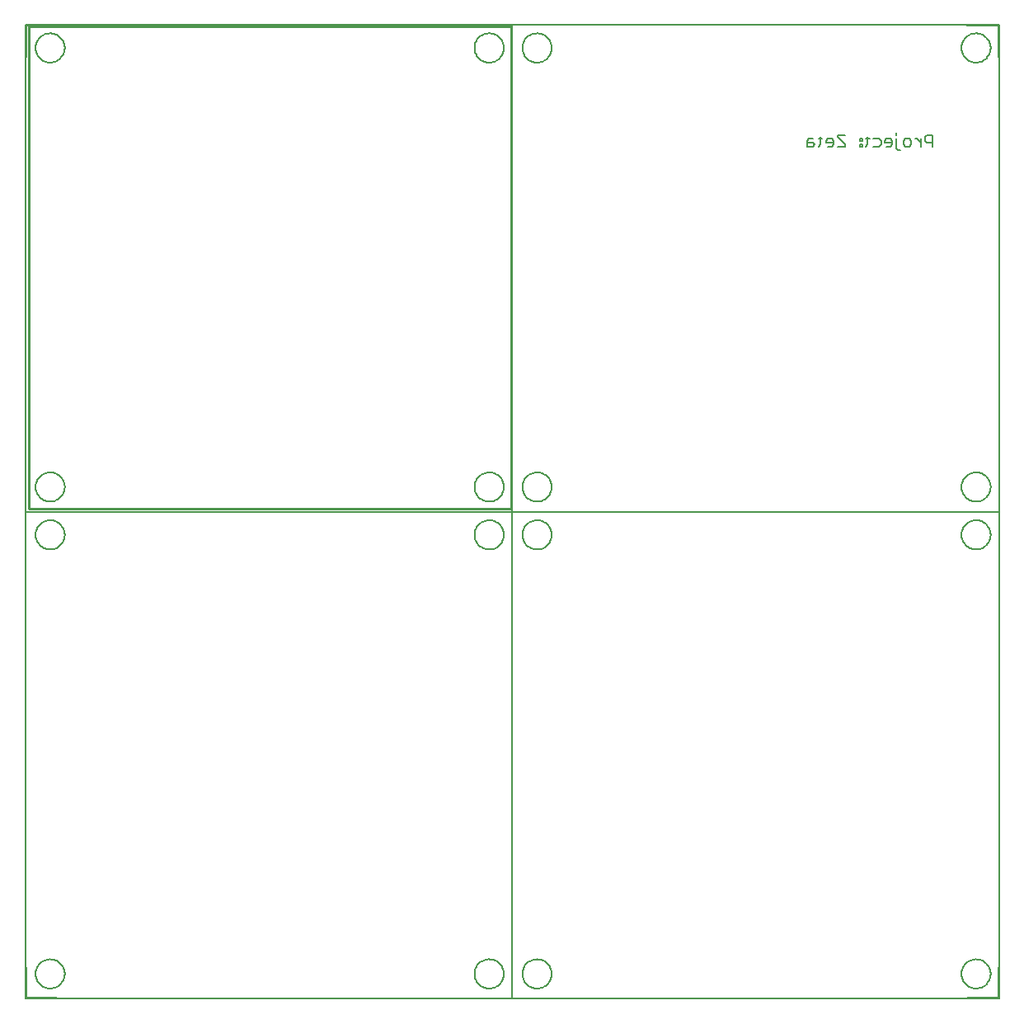
<source format=gbo>
G75*
G70*
%OFA0B0*%
%FSLAX25Y25*%
%IPPOS*%
%LPD*%
%AMOC8*
5,1,8,0,0,1.08239X$1,22.5*
%
%ADD33C,0.01000*%
%ADD79C,0.00800*%
X0000000Y0000000D02*
G75*
%LPD*%
D79*
X0000000Y0000000D02*
X0000000Y0196850D01*
X0196850Y0196850D01*
X0196850Y0000000D01*
X0000000Y0000000D01*
X0004090Y0010000D02*
X0004110Y0010480D01*
X0004170Y0010960D01*
X0004270Y0011430D01*
X0004400Y0011890D01*
X0004580Y0012340D01*
X0004780Y0012780D01*
X0005030Y0013200D01*
X0005310Y0013590D01*
X0005610Y0013960D01*
X0005950Y0014300D01*
X0006320Y0014620D01*
X0006700Y0014910D01*
X0007110Y0015160D01*
X0007540Y0015380D01*
X0007990Y0015560D01*
X0008450Y0015700D01*
X0008920Y0015810D01*
X0009400Y0015880D01*
X0009880Y0015910D01*
X0010360Y0015900D01*
X0010840Y0015850D01*
X0011320Y0015760D01*
X0011780Y0015640D01*
X0012230Y0015470D01*
X0012670Y0015270D01*
X0013090Y0015040D01*
X0013490Y0014770D01*
X0013870Y0014470D01*
X0014220Y0014140D01*
X0014540Y0013780D01*
X0014840Y0013400D01*
X0015100Y0012990D01*
X0015320Y0012560D01*
X0015520Y0012120D01*
X0015670Y0011670D01*
X0015790Y0011200D01*
X0015870Y0010720D01*
X0015910Y0010240D01*
X0015910Y0009760D01*
X0015870Y0009280D01*
X0015790Y0008800D01*
X0015670Y0008330D01*
X0015520Y0007880D01*
X0015320Y0007440D01*
X0015100Y0007010D01*
X0014840Y0006600D01*
X0014540Y0006220D01*
X0014220Y0005860D01*
X0013870Y0005530D01*
X0013490Y0005230D01*
X0013090Y0004960D01*
X0012670Y0004730D01*
X0012230Y0004530D01*
X0011780Y0004360D01*
X0011320Y0004240D01*
X0010840Y0004150D01*
X0010360Y0004100D01*
X0009880Y0004090D01*
X0009400Y0004120D01*
X0008920Y0004190D01*
X0008450Y0004300D01*
X0007990Y0004440D01*
X0007540Y0004620D01*
X0007110Y0004840D01*
X0006700Y0005090D01*
X0006320Y0005380D01*
X0005950Y0005700D01*
X0005610Y0006040D01*
X0005310Y0006410D01*
X0005030Y0006800D01*
X0004780Y0007220D01*
X0004580Y0007660D01*
X0004400Y0008110D01*
X0004270Y0008570D01*
X0004170Y0009040D01*
X0004110Y0009520D01*
X0004090Y0010000D01*
X0004090Y0187500D02*
X0004110Y0187980D01*
X0004170Y0188460D01*
X0004270Y0188930D01*
X0004400Y0189390D01*
X0004580Y0189840D01*
X0004780Y0190280D01*
X0005030Y0190700D01*
X0005310Y0191090D01*
X0005610Y0191460D01*
X0005950Y0191800D01*
X0006320Y0192120D01*
X0006700Y0192410D01*
X0007110Y0192660D01*
X0007540Y0192880D01*
X0007990Y0193060D01*
X0008450Y0193200D01*
X0008920Y0193310D01*
X0009400Y0193380D01*
X0009880Y0193410D01*
X0010360Y0193400D01*
X0010840Y0193350D01*
X0011320Y0193260D01*
X0011780Y0193140D01*
X0012230Y0192970D01*
X0012670Y0192770D01*
X0013090Y0192540D01*
X0013490Y0192270D01*
X0013870Y0191970D01*
X0014220Y0191640D01*
X0014540Y0191280D01*
X0014840Y0190900D01*
X0015100Y0190490D01*
X0015320Y0190060D01*
X0015520Y0189620D01*
X0015670Y0189170D01*
X0015790Y0188700D01*
X0015870Y0188220D01*
X0015910Y0187740D01*
X0015910Y0187260D01*
X0015870Y0186780D01*
X0015790Y0186300D01*
X0015670Y0185830D01*
X0015520Y0185380D01*
X0015320Y0184940D01*
X0015100Y0184510D01*
X0014840Y0184100D01*
X0014540Y0183720D01*
X0014220Y0183360D01*
X0013870Y0183030D01*
X0013490Y0182730D01*
X0013090Y0182460D01*
X0012670Y0182230D01*
X0012230Y0182030D01*
X0011780Y0181860D01*
X0011320Y0181740D01*
X0010840Y0181650D01*
X0010360Y0181600D01*
X0009880Y0181590D01*
X0009400Y0181620D01*
X0008920Y0181690D01*
X0008450Y0181800D01*
X0007990Y0181940D01*
X0007540Y0182120D01*
X0007110Y0182340D01*
X0006700Y0182590D01*
X0006320Y0182880D01*
X0005950Y0183200D01*
X0005610Y0183540D01*
X0005310Y0183910D01*
X0005030Y0184300D01*
X0004780Y0184720D01*
X0004580Y0185160D01*
X0004400Y0185610D01*
X0004270Y0186070D01*
X0004170Y0186540D01*
X0004110Y0187020D01*
X0004090Y0187500D01*
X0181590Y0187500D02*
X0181610Y0187980D01*
X0181670Y0188460D01*
X0181770Y0188930D01*
X0181900Y0189390D01*
X0182080Y0189840D01*
X0182280Y0190280D01*
X0182530Y0190700D01*
X0182810Y0191090D01*
X0183110Y0191460D01*
X0183450Y0191800D01*
X0183820Y0192120D01*
X0184200Y0192410D01*
X0184610Y0192660D01*
X0185040Y0192880D01*
X0185490Y0193060D01*
X0185950Y0193200D01*
X0186420Y0193310D01*
X0186900Y0193380D01*
X0187380Y0193410D01*
X0187860Y0193400D01*
X0188340Y0193350D01*
X0188820Y0193260D01*
X0189280Y0193140D01*
X0189730Y0192970D01*
X0190170Y0192770D01*
X0190590Y0192540D01*
X0190990Y0192270D01*
X0191370Y0191970D01*
X0191720Y0191640D01*
X0192040Y0191280D01*
X0192340Y0190900D01*
X0192600Y0190490D01*
X0192820Y0190060D01*
X0193020Y0189620D01*
X0193170Y0189170D01*
X0193290Y0188700D01*
X0193370Y0188220D01*
X0193410Y0187740D01*
X0193410Y0187260D01*
X0193370Y0186780D01*
X0193290Y0186300D01*
X0193170Y0185830D01*
X0193020Y0185380D01*
X0192820Y0184940D01*
X0192600Y0184510D01*
X0192340Y0184100D01*
X0192040Y0183720D01*
X0191720Y0183360D01*
X0191370Y0183030D01*
X0190990Y0182730D01*
X0190590Y0182460D01*
X0190170Y0182230D01*
X0189730Y0182030D01*
X0189280Y0181860D01*
X0188820Y0181740D01*
X0188340Y0181650D01*
X0187860Y0181600D01*
X0187380Y0181590D01*
X0186900Y0181620D01*
X0186420Y0181690D01*
X0185950Y0181800D01*
X0185490Y0181940D01*
X0185040Y0182120D01*
X0184610Y0182340D01*
X0184200Y0182590D01*
X0183820Y0182880D01*
X0183450Y0183200D01*
X0183110Y0183540D01*
X0182810Y0183910D01*
X0182530Y0184300D01*
X0182280Y0184720D01*
X0182080Y0185160D01*
X0181900Y0185610D01*
X0181770Y0186070D01*
X0181670Y0186540D01*
X0181610Y0187020D01*
X0181590Y0187500D01*
X0181590Y0010000D02*
X0181610Y0010480D01*
X0181670Y0010960D01*
X0181770Y0011430D01*
X0181900Y0011890D01*
X0182080Y0012340D01*
X0182280Y0012780D01*
X0182530Y0013200D01*
X0182810Y0013590D01*
X0183110Y0013960D01*
X0183450Y0014300D01*
X0183820Y0014620D01*
X0184200Y0014910D01*
X0184610Y0015160D01*
X0185040Y0015380D01*
X0185490Y0015560D01*
X0185950Y0015700D01*
X0186420Y0015810D01*
X0186900Y0015880D01*
X0187380Y0015910D01*
X0187860Y0015900D01*
X0188340Y0015850D01*
X0188820Y0015760D01*
X0189280Y0015640D01*
X0189730Y0015470D01*
X0190170Y0015270D01*
X0190590Y0015040D01*
X0190990Y0014770D01*
X0191370Y0014470D01*
X0191720Y0014140D01*
X0192040Y0013780D01*
X0192340Y0013400D01*
X0192600Y0012990D01*
X0192820Y0012560D01*
X0193020Y0012120D01*
X0193170Y0011670D01*
X0193290Y0011200D01*
X0193370Y0010720D01*
X0193410Y0010240D01*
X0193410Y0009760D01*
X0193370Y0009280D01*
X0193290Y0008800D01*
X0193170Y0008330D01*
X0193020Y0007880D01*
X0192820Y0007440D01*
X0192600Y0007010D01*
X0192340Y0006600D01*
X0192040Y0006220D01*
X0191720Y0005860D01*
X0191370Y0005530D01*
X0190990Y0005230D01*
X0190590Y0004960D01*
X0190170Y0004730D01*
X0189730Y0004530D01*
X0189280Y0004360D01*
X0188820Y0004240D01*
X0188340Y0004150D01*
X0187860Y0004100D01*
X0187380Y0004090D01*
X0186900Y0004120D01*
X0186420Y0004190D01*
X0185950Y0004300D01*
X0185490Y0004440D01*
X0185040Y0004620D01*
X0184610Y0004840D01*
X0184200Y0005090D01*
X0183820Y0005380D01*
X0183450Y0005700D01*
X0183110Y0006040D01*
X0182810Y0006410D01*
X0182530Y0006800D01*
X0182280Y0007220D01*
X0182080Y0007660D01*
X0181900Y0008110D01*
X0181770Y0008570D01*
X0181670Y0009040D01*
X0181610Y0009520D01*
X0181590Y0010000D01*
D79*
X0000000Y0000000D02*
G75*
%LPD*%
D79*
X0000000Y0000000D02*
X0000000Y0196850D01*
X0196850Y0196850D01*
X0196850Y0000000D01*
X0000000Y0000000D01*
X0004090Y0010000D02*
X0004110Y0010480D01*
X0004170Y0010960D01*
X0004270Y0011430D01*
X0004400Y0011890D01*
X0004580Y0012340D01*
X0004780Y0012780D01*
X0005030Y0013200D01*
X0005310Y0013590D01*
X0005610Y0013960D01*
X0005950Y0014300D01*
X0006320Y0014620D01*
X0006700Y0014910D01*
X0007110Y0015160D01*
X0007540Y0015380D01*
X0007990Y0015560D01*
X0008450Y0015700D01*
X0008920Y0015810D01*
X0009400Y0015880D01*
X0009880Y0015910D01*
X0010360Y0015900D01*
X0010840Y0015850D01*
X0011320Y0015760D01*
X0011780Y0015640D01*
X0012230Y0015470D01*
X0012670Y0015270D01*
X0013090Y0015040D01*
X0013490Y0014770D01*
X0013870Y0014470D01*
X0014220Y0014140D01*
X0014540Y0013780D01*
X0014840Y0013400D01*
X0015100Y0012990D01*
X0015320Y0012560D01*
X0015520Y0012120D01*
X0015670Y0011670D01*
X0015790Y0011200D01*
X0015870Y0010720D01*
X0015910Y0010240D01*
X0015910Y0009760D01*
X0015870Y0009280D01*
X0015790Y0008800D01*
X0015670Y0008330D01*
X0015520Y0007880D01*
X0015320Y0007440D01*
X0015100Y0007010D01*
X0014840Y0006600D01*
X0014540Y0006220D01*
X0014220Y0005860D01*
X0013870Y0005530D01*
X0013490Y0005230D01*
X0013090Y0004960D01*
X0012670Y0004730D01*
X0012230Y0004530D01*
X0011780Y0004360D01*
X0011320Y0004240D01*
X0010840Y0004150D01*
X0010360Y0004100D01*
X0009880Y0004090D01*
X0009400Y0004120D01*
X0008920Y0004190D01*
X0008450Y0004300D01*
X0007990Y0004440D01*
X0007540Y0004620D01*
X0007110Y0004840D01*
X0006700Y0005090D01*
X0006320Y0005380D01*
X0005950Y0005700D01*
X0005610Y0006040D01*
X0005310Y0006410D01*
X0005030Y0006800D01*
X0004780Y0007220D01*
X0004580Y0007660D01*
X0004400Y0008110D01*
X0004270Y0008570D01*
X0004170Y0009040D01*
X0004110Y0009520D01*
X0004090Y0010000D01*
X0004090Y0187500D02*
X0004110Y0187980D01*
X0004170Y0188460D01*
X0004270Y0188930D01*
X0004400Y0189390D01*
X0004580Y0189840D01*
X0004780Y0190280D01*
X0005030Y0190700D01*
X0005310Y0191090D01*
X0005610Y0191460D01*
X0005950Y0191800D01*
X0006320Y0192120D01*
X0006700Y0192410D01*
X0007110Y0192660D01*
X0007540Y0192880D01*
X0007990Y0193060D01*
X0008450Y0193200D01*
X0008920Y0193310D01*
X0009400Y0193380D01*
X0009880Y0193410D01*
X0010360Y0193400D01*
X0010840Y0193350D01*
X0011320Y0193260D01*
X0011780Y0193140D01*
X0012230Y0192970D01*
X0012670Y0192770D01*
X0013090Y0192540D01*
X0013490Y0192270D01*
X0013870Y0191970D01*
X0014220Y0191640D01*
X0014540Y0191280D01*
X0014840Y0190900D01*
X0015100Y0190490D01*
X0015320Y0190060D01*
X0015520Y0189620D01*
X0015670Y0189170D01*
X0015790Y0188700D01*
X0015870Y0188220D01*
X0015910Y0187740D01*
X0015910Y0187260D01*
X0015870Y0186780D01*
X0015790Y0186300D01*
X0015670Y0185830D01*
X0015520Y0185380D01*
X0015320Y0184940D01*
X0015100Y0184510D01*
X0014840Y0184100D01*
X0014540Y0183720D01*
X0014220Y0183360D01*
X0013870Y0183030D01*
X0013490Y0182730D01*
X0013090Y0182460D01*
X0012670Y0182230D01*
X0012230Y0182030D01*
X0011780Y0181860D01*
X0011320Y0181740D01*
X0010840Y0181650D01*
X0010360Y0181600D01*
X0009880Y0181590D01*
X0009400Y0181620D01*
X0008920Y0181690D01*
X0008450Y0181800D01*
X0007990Y0181940D01*
X0007540Y0182120D01*
X0007110Y0182340D01*
X0006700Y0182590D01*
X0006320Y0182880D01*
X0005950Y0183200D01*
X0005610Y0183540D01*
X0005310Y0183910D01*
X0005030Y0184300D01*
X0004780Y0184720D01*
X0004580Y0185160D01*
X0004400Y0185610D01*
X0004270Y0186070D01*
X0004170Y0186540D01*
X0004110Y0187020D01*
X0004090Y0187500D01*
X0181590Y0187500D02*
X0181610Y0187980D01*
X0181670Y0188460D01*
X0181770Y0188930D01*
X0181900Y0189390D01*
X0182080Y0189840D01*
X0182280Y0190280D01*
X0182530Y0190700D01*
X0182810Y0191090D01*
X0183110Y0191460D01*
X0183450Y0191800D01*
X0183820Y0192120D01*
X0184200Y0192410D01*
X0184610Y0192660D01*
X0185040Y0192880D01*
X0185490Y0193060D01*
X0185950Y0193200D01*
X0186420Y0193310D01*
X0186900Y0193380D01*
X0187380Y0193410D01*
X0187860Y0193400D01*
X0188340Y0193350D01*
X0188820Y0193260D01*
X0189280Y0193140D01*
X0189730Y0192970D01*
X0190170Y0192770D01*
X0190590Y0192540D01*
X0190990Y0192270D01*
X0191370Y0191970D01*
X0191720Y0191640D01*
X0192040Y0191280D01*
X0192340Y0190900D01*
X0192600Y0190490D01*
X0192820Y0190060D01*
X0193020Y0189620D01*
X0193170Y0189170D01*
X0193290Y0188700D01*
X0193370Y0188220D01*
X0193410Y0187740D01*
X0193410Y0187260D01*
X0193370Y0186780D01*
X0193290Y0186300D01*
X0193170Y0185830D01*
X0193020Y0185380D01*
X0192820Y0184940D01*
X0192600Y0184510D01*
X0192340Y0184100D01*
X0192040Y0183720D01*
X0191720Y0183360D01*
X0191370Y0183030D01*
X0190990Y0182730D01*
X0190590Y0182460D01*
X0190170Y0182230D01*
X0189730Y0182030D01*
X0189280Y0181860D01*
X0188820Y0181740D01*
X0188340Y0181650D01*
X0187860Y0181600D01*
X0187380Y0181590D01*
X0186900Y0181620D01*
X0186420Y0181690D01*
X0185950Y0181800D01*
X0185490Y0181940D01*
X0185040Y0182120D01*
X0184610Y0182340D01*
X0184200Y0182590D01*
X0183820Y0182880D01*
X0183450Y0183200D01*
X0183110Y0183540D01*
X0182810Y0183910D01*
X0182530Y0184300D01*
X0182280Y0184720D01*
X0182080Y0185160D01*
X0181900Y0185610D01*
X0181770Y0186070D01*
X0181670Y0186540D01*
X0181610Y0187020D01*
X0181590Y0187500D01*
X0181590Y0010000D02*
X0181610Y0010480D01*
X0181670Y0010960D01*
X0181770Y0011430D01*
X0181900Y0011890D01*
X0182080Y0012340D01*
X0182280Y0012780D01*
X0182530Y0013200D01*
X0182810Y0013590D01*
X0183110Y0013960D01*
X0183450Y0014300D01*
X0183820Y0014620D01*
X0184200Y0014910D01*
X0184610Y0015160D01*
X0185040Y0015380D01*
X0185490Y0015560D01*
X0185950Y0015700D01*
X0186420Y0015810D01*
X0186900Y0015880D01*
X0187380Y0015910D01*
X0187860Y0015900D01*
X0188340Y0015850D01*
X0188820Y0015760D01*
X0189280Y0015640D01*
X0189730Y0015470D01*
X0190170Y0015270D01*
X0190590Y0015040D01*
X0190990Y0014770D01*
X0191370Y0014470D01*
X0191720Y0014140D01*
X0192040Y0013780D01*
X0192340Y0013400D01*
X0192600Y0012990D01*
X0192820Y0012560D01*
X0193020Y0012120D01*
X0193170Y0011670D01*
X0193290Y0011200D01*
X0193370Y0010720D01*
X0193410Y0010240D01*
X0193410Y0009760D01*
X0193370Y0009280D01*
X0193290Y0008800D01*
X0193170Y0008330D01*
X0193020Y0007880D01*
X0192820Y0007440D01*
X0192600Y0007010D01*
X0192340Y0006600D01*
X0192040Y0006220D01*
X0191720Y0005860D01*
X0191370Y0005530D01*
X0190990Y0005230D01*
X0190590Y0004960D01*
X0190170Y0004730D01*
X0189730Y0004530D01*
X0189280Y0004360D01*
X0188820Y0004240D01*
X0188340Y0004150D01*
X0187860Y0004100D01*
X0187380Y0004090D01*
X0186900Y0004120D01*
X0186420Y0004190D01*
X0185950Y0004300D01*
X0185490Y0004440D01*
X0185040Y0004620D01*
X0184610Y0004840D01*
X0184200Y0005090D01*
X0183820Y0005380D01*
X0183450Y0005700D01*
X0183110Y0006040D01*
X0182810Y0006410D01*
X0182530Y0006800D01*
X0182280Y0007220D01*
X0182080Y0007660D01*
X0181900Y0008110D01*
X0181770Y0008570D01*
X0181670Y0009040D01*
X0181610Y0009520D01*
X0181590Y0010000D01*
X0196850Y0000000D02*
G75*
%LPD*%
D79*
X0196850Y0000000D02*
X0196850Y0196850D01*
X0393700Y0196850D01*
X0393700Y0000000D01*
X0196850Y0000000D01*
X0200940Y0010000D02*
X0200960Y0010480D01*
X0201020Y0010960D01*
X0201120Y0011430D01*
X0201250Y0011890D01*
X0201430Y0012340D01*
X0201630Y0012780D01*
X0201880Y0013200D01*
X0202160Y0013590D01*
X0202460Y0013960D01*
X0202800Y0014300D01*
X0203170Y0014620D01*
X0203550Y0014910D01*
X0203960Y0015160D01*
X0204390Y0015380D01*
X0204840Y0015560D01*
X0205300Y0015700D01*
X0205770Y0015810D01*
X0206250Y0015880D01*
X0206730Y0015910D01*
X0207210Y0015900D01*
X0207690Y0015850D01*
X0208170Y0015760D01*
X0208630Y0015640D01*
X0209080Y0015470D01*
X0209520Y0015270D01*
X0209940Y0015040D01*
X0210340Y0014770D01*
X0210720Y0014470D01*
X0211070Y0014140D01*
X0211390Y0013780D01*
X0211690Y0013400D01*
X0211950Y0012990D01*
X0212170Y0012560D01*
X0212370Y0012120D01*
X0212520Y0011670D01*
X0212640Y0011200D01*
X0212720Y0010720D01*
X0212760Y0010240D01*
X0212760Y0009760D01*
X0212720Y0009280D01*
X0212640Y0008800D01*
X0212520Y0008330D01*
X0212370Y0007880D01*
X0212170Y0007440D01*
X0211950Y0007010D01*
X0211690Y0006600D01*
X0211390Y0006220D01*
X0211070Y0005860D01*
X0210720Y0005530D01*
X0210340Y0005230D01*
X0209940Y0004960D01*
X0209520Y0004730D01*
X0209080Y0004530D01*
X0208630Y0004360D01*
X0208170Y0004240D01*
X0207690Y0004150D01*
X0207210Y0004100D01*
X0206730Y0004090D01*
X0206250Y0004120D01*
X0205770Y0004190D01*
X0205300Y0004300D01*
X0204840Y0004440D01*
X0204390Y0004620D01*
X0203960Y0004840D01*
X0203550Y0005090D01*
X0203170Y0005380D01*
X0202800Y0005700D01*
X0202460Y0006040D01*
X0202160Y0006410D01*
X0201880Y0006800D01*
X0201630Y0007220D01*
X0201430Y0007660D01*
X0201250Y0008110D01*
X0201120Y0008570D01*
X0201020Y0009040D01*
X0200960Y0009520D01*
X0200940Y0010000D01*
X0200940Y0187500D02*
X0200960Y0187980D01*
X0201020Y0188460D01*
X0201120Y0188930D01*
X0201250Y0189390D01*
X0201430Y0189840D01*
X0201630Y0190280D01*
X0201880Y0190700D01*
X0202160Y0191090D01*
X0202460Y0191460D01*
X0202800Y0191800D01*
X0203170Y0192120D01*
X0203550Y0192410D01*
X0203960Y0192660D01*
X0204390Y0192880D01*
X0204840Y0193060D01*
X0205300Y0193200D01*
X0205770Y0193310D01*
X0206250Y0193380D01*
X0206730Y0193410D01*
X0207210Y0193400D01*
X0207690Y0193350D01*
X0208170Y0193260D01*
X0208630Y0193140D01*
X0209080Y0192970D01*
X0209520Y0192770D01*
X0209940Y0192540D01*
X0210340Y0192270D01*
X0210720Y0191970D01*
X0211070Y0191640D01*
X0211390Y0191280D01*
X0211690Y0190900D01*
X0211950Y0190490D01*
X0212170Y0190060D01*
X0212370Y0189620D01*
X0212520Y0189170D01*
X0212640Y0188700D01*
X0212720Y0188220D01*
X0212760Y0187740D01*
X0212760Y0187260D01*
X0212720Y0186780D01*
X0212640Y0186300D01*
X0212520Y0185830D01*
X0212370Y0185380D01*
X0212170Y0184940D01*
X0211950Y0184510D01*
X0211690Y0184100D01*
X0211390Y0183720D01*
X0211070Y0183360D01*
X0210720Y0183030D01*
X0210340Y0182730D01*
X0209940Y0182460D01*
X0209520Y0182230D01*
X0209080Y0182030D01*
X0208630Y0181860D01*
X0208170Y0181740D01*
X0207690Y0181650D01*
X0207210Y0181600D01*
X0206730Y0181590D01*
X0206250Y0181620D01*
X0205770Y0181690D01*
X0205300Y0181800D01*
X0204840Y0181940D01*
X0204390Y0182120D01*
X0203960Y0182340D01*
X0203550Y0182590D01*
X0203170Y0182880D01*
X0202800Y0183200D01*
X0202460Y0183540D01*
X0202160Y0183910D01*
X0201880Y0184300D01*
X0201630Y0184720D01*
X0201430Y0185160D01*
X0201250Y0185610D01*
X0201120Y0186070D01*
X0201020Y0186540D01*
X0200960Y0187020D01*
X0200940Y0187500D01*
X0378440Y0187500D02*
X0378460Y0187980D01*
X0378520Y0188460D01*
X0378620Y0188930D01*
X0378750Y0189390D01*
X0378930Y0189840D01*
X0379130Y0190280D01*
X0379380Y0190700D01*
X0379660Y0191090D01*
X0379960Y0191460D01*
X0380300Y0191800D01*
X0380670Y0192120D01*
X0381050Y0192410D01*
X0381460Y0192660D01*
X0381890Y0192880D01*
X0382340Y0193060D01*
X0382800Y0193200D01*
X0383270Y0193310D01*
X0383750Y0193380D01*
X0384230Y0193410D01*
X0384710Y0193400D01*
X0385190Y0193350D01*
X0385670Y0193260D01*
X0386130Y0193140D01*
X0386580Y0192970D01*
X0387020Y0192770D01*
X0387440Y0192540D01*
X0387840Y0192270D01*
X0388220Y0191970D01*
X0388570Y0191640D01*
X0388890Y0191280D01*
X0389190Y0190900D01*
X0389450Y0190490D01*
X0389670Y0190060D01*
X0389870Y0189620D01*
X0390020Y0189170D01*
X0390140Y0188700D01*
X0390220Y0188220D01*
X0390260Y0187740D01*
X0390260Y0187260D01*
X0390220Y0186780D01*
X0390140Y0186300D01*
X0390020Y0185830D01*
X0389870Y0185380D01*
X0389670Y0184940D01*
X0389450Y0184510D01*
X0389190Y0184100D01*
X0388890Y0183720D01*
X0388570Y0183360D01*
X0388220Y0183030D01*
X0387840Y0182730D01*
X0387440Y0182460D01*
X0387020Y0182230D01*
X0386580Y0182030D01*
X0386130Y0181860D01*
X0385670Y0181740D01*
X0385190Y0181650D01*
X0384710Y0181600D01*
X0384230Y0181590D01*
X0383750Y0181620D01*
X0383270Y0181690D01*
X0382800Y0181800D01*
X0382340Y0181940D01*
X0381890Y0182120D01*
X0381460Y0182340D01*
X0381050Y0182590D01*
X0380670Y0182880D01*
X0380300Y0183200D01*
X0379960Y0183540D01*
X0379660Y0183910D01*
X0379380Y0184300D01*
X0379130Y0184720D01*
X0378930Y0185160D01*
X0378750Y0185610D01*
X0378620Y0186070D01*
X0378520Y0186540D01*
X0378460Y0187020D01*
X0378440Y0187500D01*
X0378440Y0010000D02*
X0378460Y0010480D01*
X0378520Y0010960D01*
X0378620Y0011430D01*
X0378750Y0011890D01*
X0378930Y0012340D01*
X0379130Y0012780D01*
X0379380Y0013200D01*
X0379660Y0013590D01*
X0379960Y0013960D01*
X0380300Y0014300D01*
X0380670Y0014620D01*
X0381050Y0014910D01*
X0381460Y0015160D01*
X0381890Y0015380D01*
X0382340Y0015560D01*
X0382800Y0015700D01*
X0383270Y0015810D01*
X0383750Y0015880D01*
X0384230Y0015910D01*
X0384710Y0015900D01*
X0385190Y0015850D01*
X0385670Y0015760D01*
X0386130Y0015640D01*
X0386580Y0015470D01*
X0387020Y0015270D01*
X0387440Y0015040D01*
X0387840Y0014770D01*
X0388220Y0014470D01*
X0388570Y0014140D01*
X0388890Y0013780D01*
X0389190Y0013400D01*
X0389450Y0012990D01*
X0389670Y0012560D01*
X0389870Y0012120D01*
X0390020Y0011670D01*
X0390140Y0011200D01*
X0390220Y0010720D01*
X0390260Y0010240D01*
X0390260Y0009760D01*
X0390220Y0009280D01*
X0390140Y0008800D01*
X0390020Y0008330D01*
X0389870Y0007880D01*
X0389670Y0007440D01*
X0389450Y0007010D01*
X0389190Y0006600D01*
X0388890Y0006220D01*
X0388570Y0005860D01*
X0388220Y0005530D01*
X0387840Y0005230D01*
X0387440Y0004960D01*
X0387020Y0004730D01*
X0386580Y0004530D01*
X0386130Y0004360D01*
X0385670Y0004240D01*
X0385190Y0004150D01*
X0384710Y0004100D01*
X0384230Y0004090D01*
X0383750Y0004120D01*
X0383270Y0004190D01*
X0382800Y0004300D01*
X0382340Y0004440D01*
X0381890Y0004620D01*
X0381460Y0004840D01*
X0381050Y0005090D01*
X0380670Y0005380D01*
X0380300Y0005700D01*
X0379960Y0006040D01*
X0379660Y0006410D01*
X0379380Y0006800D01*
X0379130Y0007220D01*
X0378930Y0007660D01*
X0378750Y0008110D01*
X0378620Y0008570D01*
X0378520Y0009040D01*
X0378460Y0009520D01*
X0378440Y0010000D01*
D79*
X0196850Y0000000D02*
G75*
%LPD*%
D79*
X0196850Y0000000D02*
X0196850Y0196850D01*
X0393700Y0196850D01*
X0393700Y0000000D01*
X0196850Y0000000D01*
X0200940Y0010000D02*
X0200960Y0010480D01*
X0201020Y0010960D01*
X0201120Y0011430D01*
X0201250Y0011890D01*
X0201430Y0012340D01*
X0201630Y0012780D01*
X0201880Y0013200D01*
X0202160Y0013590D01*
X0202460Y0013960D01*
X0202800Y0014300D01*
X0203170Y0014620D01*
X0203550Y0014910D01*
X0203960Y0015160D01*
X0204390Y0015380D01*
X0204840Y0015560D01*
X0205300Y0015700D01*
X0205770Y0015810D01*
X0206250Y0015880D01*
X0206730Y0015910D01*
X0207210Y0015900D01*
X0207690Y0015850D01*
X0208170Y0015760D01*
X0208630Y0015640D01*
X0209080Y0015470D01*
X0209520Y0015270D01*
X0209940Y0015040D01*
X0210340Y0014770D01*
X0210720Y0014470D01*
X0211070Y0014140D01*
X0211390Y0013780D01*
X0211690Y0013400D01*
X0211950Y0012990D01*
X0212170Y0012560D01*
X0212370Y0012120D01*
X0212520Y0011670D01*
X0212640Y0011200D01*
X0212720Y0010720D01*
X0212760Y0010240D01*
X0212760Y0009760D01*
X0212720Y0009280D01*
X0212640Y0008800D01*
X0212520Y0008330D01*
X0212370Y0007880D01*
X0212170Y0007440D01*
X0211950Y0007010D01*
X0211690Y0006600D01*
X0211390Y0006220D01*
X0211070Y0005860D01*
X0210720Y0005530D01*
X0210340Y0005230D01*
X0209940Y0004960D01*
X0209520Y0004730D01*
X0209080Y0004530D01*
X0208630Y0004360D01*
X0208170Y0004240D01*
X0207690Y0004150D01*
X0207210Y0004100D01*
X0206730Y0004090D01*
X0206250Y0004120D01*
X0205770Y0004190D01*
X0205300Y0004300D01*
X0204840Y0004440D01*
X0204390Y0004620D01*
X0203960Y0004840D01*
X0203550Y0005090D01*
X0203170Y0005380D01*
X0202800Y0005700D01*
X0202460Y0006040D01*
X0202160Y0006410D01*
X0201880Y0006800D01*
X0201630Y0007220D01*
X0201430Y0007660D01*
X0201250Y0008110D01*
X0201120Y0008570D01*
X0201020Y0009040D01*
X0200960Y0009520D01*
X0200940Y0010000D01*
X0200940Y0187500D02*
X0200960Y0187980D01*
X0201020Y0188460D01*
X0201120Y0188930D01*
X0201250Y0189390D01*
X0201430Y0189840D01*
X0201630Y0190280D01*
X0201880Y0190700D01*
X0202160Y0191090D01*
X0202460Y0191460D01*
X0202800Y0191800D01*
X0203170Y0192120D01*
X0203550Y0192410D01*
X0203960Y0192660D01*
X0204390Y0192880D01*
X0204840Y0193060D01*
X0205300Y0193200D01*
X0205770Y0193310D01*
X0206250Y0193380D01*
X0206730Y0193410D01*
X0207210Y0193400D01*
X0207690Y0193350D01*
X0208170Y0193260D01*
X0208630Y0193140D01*
X0209080Y0192970D01*
X0209520Y0192770D01*
X0209940Y0192540D01*
X0210340Y0192270D01*
X0210720Y0191970D01*
X0211070Y0191640D01*
X0211390Y0191280D01*
X0211690Y0190900D01*
X0211950Y0190490D01*
X0212170Y0190060D01*
X0212370Y0189620D01*
X0212520Y0189170D01*
X0212640Y0188700D01*
X0212720Y0188220D01*
X0212760Y0187740D01*
X0212760Y0187260D01*
X0212720Y0186780D01*
X0212640Y0186300D01*
X0212520Y0185830D01*
X0212370Y0185380D01*
X0212170Y0184940D01*
X0211950Y0184510D01*
X0211690Y0184100D01*
X0211390Y0183720D01*
X0211070Y0183360D01*
X0210720Y0183030D01*
X0210340Y0182730D01*
X0209940Y0182460D01*
X0209520Y0182230D01*
X0209080Y0182030D01*
X0208630Y0181860D01*
X0208170Y0181740D01*
X0207690Y0181650D01*
X0207210Y0181600D01*
X0206730Y0181590D01*
X0206250Y0181620D01*
X0205770Y0181690D01*
X0205300Y0181800D01*
X0204840Y0181940D01*
X0204390Y0182120D01*
X0203960Y0182340D01*
X0203550Y0182590D01*
X0203170Y0182880D01*
X0202800Y0183200D01*
X0202460Y0183540D01*
X0202160Y0183910D01*
X0201880Y0184300D01*
X0201630Y0184720D01*
X0201430Y0185160D01*
X0201250Y0185610D01*
X0201120Y0186070D01*
X0201020Y0186540D01*
X0200960Y0187020D01*
X0200940Y0187500D01*
X0378440Y0187500D02*
X0378460Y0187980D01*
X0378520Y0188460D01*
X0378620Y0188930D01*
X0378750Y0189390D01*
X0378930Y0189840D01*
X0379130Y0190280D01*
X0379380Y0190700D01*
X0379660Y0191090D01*
X0379960Y0191460D01*
X0380300Y0191800D01*
X0380670Y0192120D01*
X0381050Y0192410D01*
X0381460Y0192660D01*
X0381890Y0192880D01*
X0382340Y0193060D01*
X0382800Y0193200D01*
X0383270Y0193310D01*
X0383750Y0193380D01*
X0384230Y0193410D01*
X0384710Y0193400D01*
X0385190Y0193350D01*
X0385670Y0193260D01*
X0386130Y0193140D01*
X0386580Y0192970D01*
X0387020Y0192770D01*
X0387440Y0192540D01*
X0387840Y0192270D01*
X0388220Y0191970D01*
X0388570Y0191640D01*
X0388890Y0191280D01*
X0389190Y0190900D01*
X0389450Y0190490D01*
X0389670Y0190060D01*
X0389870Y0189620D01*
X0390020Y0189170D01*
X0390140Y0188700D01*
X0390220Y0188220D01*
X0390260Y0187740D01*
X0390260Y0187260D01*
X0390220Y0186780D01*
X0390140Y0186300D01*
X0390020Y0185830D01*
X0389870Y0185380D01*
X0389670Y0184940D01*
X0389450Y0184510D01*
X0389190Y0184100D01*
X0388890Y0183720D01*
X0388570Y0183360D01*
X0388220Y0183030D01*
X0387840Y0182730D01*
X0387440Y0182460D01*
X0387020Y0182230D01*
X0386580Y0182030D01*
X0386130Y0181860D01*
X0385670Y0181740D01*
X0385190Y0181650D01*
X0384710Y0181600D01*
X0384230Y0181590D01*
X0383750Y0181620D01*
X0383270Y0181690D01*
X0382800Y0181800D01*
X0382340Y0181940D01*
X0381890Y0182120D01*
X0381460Y0182340D01*
X0381050Y0182590D01*
X0380670Y0182880D01*
X0380300Y0183200D01*
X0379960Y0183540D01*
X0379660Y0183910D01*
X0379380Y0184300D01*
X0379130Y0184720D01*
X0378930Y0185160D01*
X0378750Y0185610D01*
X0378620Y0186070D01*
X0378520Y0186540D01*
X0378460Y0187020D01*
X0378440Y0187500D01*
X0378440Y0010000D02*
X0378460Y0010480D01*
X0378520Y0010960D01*
X0378620Y0011430D01*
X0378750Y0011890D01*
X0378930Y0012340D01*
X0379130Y0012780D01*
X0379380Y0013200D01*
X0379660Y0013590D01*
X0379960Y0013960D01*
X0380300Y0014300D01*
X0380670Y0014620D01*
X0381050Y0014910D01*
X0381460Y0015160D01*
X0381890Y0015380D01*
X0382340Y0015560D01*
X0382800Y0015700D01*
X0383270Y0015810D01*
X0383750Y0015880D01*
X0384230Y0015910D01*
X0384710Y0015900D01*
X0385190Y0015850D01*
X0385670Y0015760D01*
X0386130Y0015640D01*
X0386580Y0015470D01*
X0387020Y0015270D01*
X0387440Y0015040D01*
X0387840Y0014770D01*
X0388220Y0014470D01*
X0388570Y0014140D01*
X0388890Y0013780D01*
X0389190Y0013400D01*
X0389450Y0012990D01*
X0389670Y0012560D01*
X0389870Y0012120D01*
X0390020Y0011670D01*
X0390140Y0011200D01*
X0390220Y0010720D01*
X0390260Y0010240D01*
X0390260Y0009760D01*
X0390220Y0009280D01*
X0390140Y0008800D01*
X0390020Y0008330D01*
X0389870Y0007880D01*
X0389670Y0007440D01*
X0389450Y0007010D01*
X0389190Y0006600D01*
X0388890Y0006220D01*
X0388570Y0005860D01*
X0388220Y0005530D01*
X0387840Y0005230D01*
X0387440Y0004960D01*
X0387020Y0004730D01*
X0386580Y0004530D01*
X0386130Y0004360D01*
X0385670Y0004240D01*
X0385190Y0004150D01*
X0384710Y0004100D01*
X0384230Y0004090D01*
X0383750Y0004120D01*
X0383270Y0004190D01*
X0382800Y0004300D01*
X0382340Y0004440D01*
X0381890Y0004620D01*
X0381460Y0004840D01*
X0381050Y0005090D01*
X0380670Y0005380D01*
X0380300Y0005700D01*
X0379960Y0006040D01*
X0379660Y0006410D01*
X0379380Y0006800D01*
X0379130Y0007220D01*
X0378930Y0007660D01*
X0378750Y0008110D01*
X0378620Y0008570D01*
X0378520Y0009040D01*
X0378460Y0009520D01*
X0378440Y0010000D01*
X0000000Y0196850D02*
G75*
%LPD*%
D79*
X0000000Y0196850D02*
X0000000Y0393700D01*
X0196850Y0393700D01*
X0196850Y0196850D01*
X0000000Y0196850D01*
X0004090Y0206850D02*
X0004110Y0207330D01*
X0004170Y0207810D01*
X0004270Y0208280D01*
X0004400Y0208740D01*
X0004580Y0209190D01*
X0004780Y0209630D01*
X0005030Y0210050D01*
X0005310Y0210440D01*
X0005610Y0210810D01*
X0005950Y0211150D01*
X0006320Y0211470D01*
X0006700Y0211760D01*
X0007110Y0212010D01*
X0007540Y0212230D01*
X0007990Y0212410D01*
X0008450Y0212550D01*
X0008920Y0212660D01*
X0009400Y0212730D01*
X0009880Y0212760D01*
X0010360Y0212750D01*
X0010840Y0212700D01*
X0011320Y0212610D01*
X0011780Y0212490D01*
X0012230Y0212320D01*
X0012670Y0212120D01*
X0013090Y0211890D01*
X0013490Y0211620D01*
X0013870Y0211320D01*
X0014220Y0210990D01*
X0014540Y0210630D01*
X0014840Y0210250D01*
X0015100Y0209840D01*
X0015320Y0209410D01*
X0015520Y0208970D01*
X0015670Y0208520D01*
X0015790Y0208050D01*
X0015870Y0207570D01*
X0015910Y0207090D01*
X0015910Y0206610D01*
X0015870Y0206130D01*
X0015790Y0205650D01*
X0015670Y0205180D01*
X0015520Y0204730D01*
X0015320Y0204290D01*
X0015100Y0203860D01*
X0014840Y0203450D01*
X0014540Y0203070D01*
X0014220Y0202710D01*
X0013870Y0202380D01*
X0013490Y0202080D01*
X0013090Y0201810D01*
X0012670Y0201580D01*
X0012230Y0201380D01*
X0011780Y0201210D01*
X0011320Y0201090D01*
X0010840Y0201000D01*
X0010360Y0200950D01*
X0009880Y0200940D01*
X0009400Y0200970D01*
X0008920Y0201040D01*
X0008450Y0201150D01*
X0007990Y0201290D01*
X0007540Y0201470D01*
X0007110Y0201690D01*
X0006700Y0201940D01*
X0006320Y0202230D01*
X0005950Y0202550D01*
X0005610Y0202890D01*
X0005310Y0203260D01*
X0005030Y0203650D01*
X0004780Y0204070D01*
X0004580Y0204510D01*
X0004400Y0204960D01*
X0004270Y0205420D01*
X0004170Y0205890D01*
X0004110Y0206370D01*
X0004090Y0206850D01*
X0004090Y0384350D02*
X0004110Y0384830D01*
X0004170Y0385310D01*
X0004270Y0385780D01*
X0004400Y0386240D01*
X0004580Y0386690D01*
X0004780Y0387130D01*
X0005030Y0387550D01*
X0005310Y0387940D01*
X0005610Y0388310D01*
X0005950Y0388650D01*
X0006320Y0388970D01*
X0006700Y0389260D01*
X0007110Y0389510D01*
X0007540Y0389730D01*
X0007990Y0389910D01*
X0008450Y0390050D01*
X0008920Y0390160D01*
X0009400Y0390230D01*
X0009880Y0390260D01*
X0010360Y0390250D01*
X0010840Y0390200D01*
X0011320Y0390110D01*
X0011780Y0389990D01*
X0012230Y0389820D01*
X0012670Y0389620D01*
X0013090Y0389390D01*
X0013490Y0389120D01*
X0013870Y0388820D01*
X0014220Y0388490D01*
X0014540Y0388130D01*
X0014840Y0387750D01*
X0015100Y0387340D01*
X0015320Y0386910D01*
X0015520Y0386470D01*
X0015670Y0386020D01*
X0015790Y0385550D01*
X0015870Y0385070D01*
X0015910Y0384590D01*
X0015910Y0384110D01*
X0015870Y0383630D01*
X0015790Y0383150D01*
X0015670Y0382680D01*
X0015520Y0382230D01*
X0015320Y0381790D01*
X0015100Y0381360D01*
X0014840Y0380950D01*
X0014540Y0380570D01*
X0014220Y0380210D01*
X0013870Y0379880D01*
X0013490Y0379580D01*
X0013090Y0379310D01*
X0012670Y0379080D01*
X0012230Y0378880D01*
X0011780Y0378710D01*
X0011320Y0378590D01*
X0010840Y0378500D01*
X0010360Y0378450D01*
X0009880Y0378440D01*
X0009400Y0378470D01*
X0008920Y0378540D01*
X0008450Y0378650D01*
X0007990Y0378790D01*
X0007540Y0378970D01*
X0007110Y0379190D01*
X0006700Y0379440D01*
X0006320Y0379730D01*
X0005950Y0380050D01*
X0005610Y0380390D01*
X0005310Y0380760D01*
X0005030Y0381150D01*
X0004780Y0381570D01*
X0004580Y0382010D01*
X0004400Y0382460D01*
X0004270Y0382920D01*
X0004170Y0383390D01*
X0004110Y0383870D01*
X0004090Y0384350D01*
X0181590Y0384350D02*
X0181610Y0384830D01*
X0181670Y0385310D01*
X0181770Y0385780D01*
X0181900Y0386240D01*
X0182080Y0386690D01*
X0182280Y0387130D01*
X0182530Y0387550D01*
X0182810Y0387940D01*
X0183110Y0388310D01*
X0183450Y0388650D01*
X0183820Y0388970D01*
X0184200Y0389260D01*
X0184610Y0389510D01*
X0185040Y0389730D01*
X0185490Y0389910D01*
X0185950Y0390050D01*
X0186420Y0390160D01*
X0186900Y0390230D01*
X0187380Y0390260D01*
X0187860Y0390250D01*
X0188340Y0390200D01*
X0188820Y0390110D01*
X0189280Y0389990D01*
X0189730Y0389820D01*
X0190170Y0389620D01*
X0190590Y0389390D01*
X0190990Y0389120D01*
X0191370Y0388820D01*
X0191720Y0388490D01*
X0192040Y0388130D01*
X0192340Y0387750D01*
X0192600Y0387340D01*
X0192820Y0386910D01*
X0193020Y0386470D01*
X0193170Y0386020D01*
X0193290Y0385550D01*
X0193370Y0385070D01*
X0193410Y0384590D01*
X0193410Y0384110D01*
X0193370Y0383630D01*
X0193290Y0383150D01*
X0193170Y0382680D01*
X0193020Y0382230D01*
X0192820Y0381790D01*
X0192600Y0381360D01*
X0192340Y0380950D01*
X0192040Y0380570D01*
X0191720Y0380210D01*
X0191370Y0379880D01*
X0190990Y0379580D01*
X0190590Y0379310D01*
X0190170Y0379080D01*
X0189730Y0378880D01*
X0189280Y0378710D01*
X0188820Y0378590D01*
X0188340Y0378500D01*
X0187860Y0378450D01*
X0187380Y0378440D01*
X0186900Y0378470D01*
X0186420Y0378540D01*
X0185950Y0378650D01*
X0185490Y0378790D01*
X0185040Y0378970D01*
X0184610Y0379190D01*
X0184200Y0379440D01*
X0183820Y0379730D01*
X0183450Y0380050D01*
X0183110Y0380390D01*
X0182810Y0380760D01*
X0182530Y0381150D01*
X0182280Y0381570D01*
X0182080Y0382010D01*
X0181900Y0382460D01*
X0181770Y0382920D01*
X0181670Y0383390D01*
X0181610Y0383870D01*
X0181590Y0384350D01*
X0181590Y0206850D02*
X0181610Y0207330D01*
X0181670Y0207810D01*
X0181770Y0208280D01*
X0181900Y0208740D01*
X0182080Y0209190D01*
X0182280Y0209630D01*
X0182530Y0210050D01*
X0182810Y0210440D01*
X0183110Y0210810D01*
X0183450Y0211150D01*
X0183820Y0211470D01*
X0184200Y0211760D01*
X0184610Y0212010D01*
X0185040Y0212230D01*
X0185490Y0212410D01*
X0185950Y0212550D01*
X0186420Y0212660D01*
X0186900Y0212730D01*
X0187380Y0212760D01*
X0187860Y0212750D01*
X0188340Y0212700D01*
X0188820Y0212610D01*
X0189280Y0212490D01*
X0189730Y0212320D01*
X0190170Y0212120D01*
X0190590Y0211890D01*
X0190990Y0211620D01*
X0191370Y0211320D01*
X0191720Y0210990D01*
X0192040Y0210630D01*
X0192340Y0210250D01*
X0192600Y0209840D01*
X0192820Y0209410D01*
X0193020Y0208970D01*
X0193170Y0208520D01*
X0193290Y0208050D01*
X0193370Y0207570D01*
X0193410Y0207090D01*
X0193410Y0206610D01*
X0193370Y0206130D01*
X0193290Y0205650D01*
X0193170Y0205180D01*
X0193020Y0204730D01*
X0192820Y0204290D01*
X0192600Y0203860D01*
X0192340Y0203450D01*
X0192040Y0203070D01*
X0191720Y0202710D01*
X0191370Y0202380D01*
X0190990Y0202080D01*
X0190590Y0201810D01*
X0190170Y0201580D01*
X0189730Y0201380D01*
X0189280Y0201210D01*
X0188820Y0201090D01*
X0188340Y0201000D01*
X0187860Y0200950D01*
X0187380Y0200940D01*
X0186900Y0200970D01*
X0186420Y0201040D01*
X0185950Y0201150D01*
X0185490Y0201290D01*
X0185040Y0201470D01*
X0184610Y0201690D01*
X0184200Y0201940D01*
X0183820Y0202230D01*
X0183450Y0202550D01*
X0183110Y0202890D01*
X0182810Y0203260D01*
X0182530Y0203650D01*
X0182280Y0204070D01*
X0182080Y0204510D01*
X0181900Y0204960D01*
X0181770Y0205420D01*
X0181670Y0205890D01*
X0181610Y0206370D01*
X0181590Y0206850D01*
D33*
X0196250Y0198100D02*
X0001250Y0198100D01*
X0001250Y0393100D01*
X0196250Y0393100D01*
X0196250Y0198100D01*
D79*
X0000000Y0196850D02*
G75*
%LPD*%
D79*
X0000000Y0196850D02*
X0000000Y0393700D01*
X0196850Y0393700D01*
X0196850Y0196850D01*
X0000000Y0196850D01*
X0004090Y0206850D02*
X0004110Y0207330D01*
X0004170Y0207810D01*
X0004270Y0208280D01*
X0004400Y0208740D01*
X0004580Y0209190D01*
X0004780Y0209630D01*
X0005030Y0210050D01*
X0005310Y0210440D01*
X0005610Y0210810D01*
X0005950Y0211150D01*
X0006320Y0211470D01*
X0006700Y0211760D01*
X0007110Y0212010D01*
X0007540Y0212230D01*
X0007990Y0212410D01*
X0008450Y0212550D01*
X0008920Y0212660D01*
X0009400Y0212730D01*
X0009880Y0212760D01*
X0010360Y0212750D01*
X0010840Y0212700D01*
X0011320Y0212610D01*
X0011780Y0212490D01*
X0012230Y0212320D01*
X0012670Y0212120D01*
X0013090Y0211890D01*
X0013490Y0211620D01*
X0013870Y0211320D01*
X0014220Y0210990D01*
X0014540Y0210630D01*
X0014840Y0210250D01*
X0015100Y0209840D01*
X0015320Y0209410D01*
X0015520Y0208970D01*
X0015670Y0208520D01*
X0015790Y0208050D01*
X0015870Y0207570D01*
X0015910Y0207090D01*
X0015910Y0206610D01*
X0015870Y0206130D01*
X0015790Y0205650D01*
X0015670Y0205180D01*
X0015520Y0204730D01*
X0015320Y0204290D01*
X0015100Y0203860D01*
X0014840Y0203450D01*
X0014540Y0203070D01*
X0014220Y0202710D01*
X0013870Y0202380D01*
X0013490Y0202080D01*
X0013090Y0201810D01*
X0012670Y0201580D01*
X0012230Y0201380D01*
X0011780Y0201210D01*
X0011320Y0201090D01*
X0010840Y0201000D01*
X0010360Y0200950D01*
X0009880Y0200940D01*
X0009400Y0200970D01*
X0008920Y0201040D01*
X0008450Y0201150D01*
X0007990Y0201290D01*
X0007540Y0201470D01*
X0007110Y0201690D01*
X0006700Y0201940D01*
X0006320Y0202230D01*
X0005950Y0202550D01*
X0005610Y0202890D01*
X0005310Y0203260D01*
X0005030Y0203650D01*
X0004780Y0204070D01*
X0004580Y0204510D01*
X0004400Y0204960D01*
X0004270Y0205420D01*
X0004170Y0205890D01*
X0004110Y0206370D01*
X0004090Y0206850D01*
X0004090Y0384350D02*
X0004110Y0384830D01*
X0004170Y0385310D01*
X0004270Y0385780D01*
X0004400Y0386240D01*
X0004580Y0386690D01*
X0004780Y0387130D01*
X0005030Y0387550D01*
X0005310Y0387940D01*
X0005610Y0388310D01*
X0005950Y0388650D01*
X0006320Y0388970D01*
X0006700Y0389260D01*
X0007110Y0389510D01*
X0007540Y0389730D01*
X0007990Y0389910D01*
X0008450Y0390050D01*
X0008920Y0390160D01*
X0009400Y0390230D01*
X0009880Y0390260D01*
X0010360Y0390250D01*
X0010840Y0390200D01*
X0011320Y0390110D01*
X0011780Y0389990D01*
X0012230Y0389820D01*
X0012670Y0389620D01*
X0013090Y0389390D01*
X0013490Y0389120D01*
X0013870Y0388820D01*
X0014220Y0388490D01*
X0014540Y0388130D01*
X0014840Y0387750D01*
X0015100Y0387340D01*
X0015320Y0386910D01*
X0015520Y0386470D01*
X0015670Y0386020D01*
X0015790Y0385550D01*
X0015870Y0385070D01*
X0015910Y0384590D01*
X0015910Y0384110D01*
X0015870Y0383630D01*
X0015790Y0383150D01*
X0015670Y0382680D01*
X0015520Y0382230D01*
X0015320Y0381790D01*
X0015100Y0381360D01*
X0014840Y0380950D01*
X0014540Y0380570D01*
X0014220Y0380210D01*
X0013870Y0379880D01*
X0013490Y0379580D01*
X0013090Y0379310D01*
X0012670Y0379080D01*
X0012230Y0378880D01*
X0011780Y0378710D01*
X0011320Y0378590D01*
X0010840Y0378500D01*
X0010360Y0378450D01*
X0009880Y0378440D01*
X0009400Y0378470D01*
X0008920Y0378540D01*
X0008450Y0378650D01*
X0007990Y0378790D01*
X0007540Y0378970D01*
X0007110Y0379190D01*
X0006700Y0379440D01*
X0006320Y0379730D01*
X0005950Y0380050D01*
X0005610Y0380390D01*
X0005310Y0380760D01*
X0005030Y0381150D01*
X0004780Y0381570D01*
X0004580Y0382010D01*
X0004400Y0382460D01*
X0004270Y0382920D01*
X0004170Y0383390D01*
X0004110Y0383870D01*
X0004090Y0384350D01*
X0181590Y0384350D02*
X0181610Y0384830D01*
X0181670Y0385310D01*
X0181770Y0385780D01*
X0181900Y0386240D01*
X0182080Y0386690D01*
X0182280Y0387130D01*
X0182530Y0387550D01*
X0182810Y0387940D01*
X0183110Y0388310D01*
X0183450Y0388650D01*
X0183820Y0388970D01*
X0184200Y0389260D01*
X0184610Y0389510D01*
X0185040Y0389730D01*
X0185490Y0389910D01*
X0185950Y0390050D01*
X0186420Y0390160D01*
X0186900Y0390230D01*
X0187380Y0390260D01*
X0187860Y0390250D01*
X0188340Y0390200D01*
X0188820Y0390110D01*
X0189280Y0389990D01*
X0189730Y0389820D01*
X0190170Y0389620D01*
X0190590Y0389390D01*
X0190990Y0389120D01*
X0191370Y0388820D01*
X0191720Y0388490D01*
X0192040Y0388130D01*
X0192340Y0387750D01*
X0192600Y0387340D01*
X0192820Y0386910D01*
X0193020Y0386470D01*
X0193170Y0386020D01*
X0193290Y0385550D01*
X0193370Y0385070D01*
X0193410Y0384590D01*
X0193410Y0384110D01*
X0193370Y0383630D01*
X0193290Y0383150D01*
X0193170Y0382680D01*
X0193020Y0382230D01*
X0192820Y0381790D01*
X0192600Y0381360D01*
X0192340Y0380950D01*
X0192040Y0380570D01*
X0191720Y0380210D01*
X0191370Y0379880D01*
X0190990Y0379580D01*
X0190590Y0379310D01*
X0190170Y0379080D01*
X0189730Y0378880D01*
X0189280Y0378710D01*
X0188820Y0378590D01*
X0188340Y0378500D01*
X0187860Y0378450D01*
X0187380Y0378440D01*
X0186900Y0378470D01*
X0186420Y0378540D01*
X0185950Y0378650D01*
X0185490Y0378790D01*
X0185040Y0378970D01*
X0184610Y0379190D01*
X0184200Y0379440D01*
X0183820Y0379730D01*
X0183450Y0380050D01*
X0183110Y0380390D01*
X0182810Y0380760D01*
X0182530Y0381150D01*
X0182280Y0381570D01*
X0182080Y0382010D01*
X0181900Y0382460D01*
X0181770Y0382920D01*
X0181670Y0383390D01*
X0181610Y0383870D01*
X0181590Y0384350D01*
X0181590Y0206850D02*
X0181610Y0207330D01*
X0181670Y0207810D01*
X0181770Y0208280D01*
X0181900Y0208740D01*
X0182080Y0209190D01*
X0182280Y0209630D01*
X0182530Y0210050D01*
X0182810Y0210440D01*
X0183110Y0210810D01*
X0183450Y0211150D01*
X0183820Y0211470D01*
X0184200Y0211760D01*
X0184610Y0212010D01*
X0185040Y0212230D01*
X0185490Y0212410D01*
X0185950Y0212550D01*
X0186420Y0212660D01*
X0186900Y0212730D01*
X0187380Y0212760D01*
X0187860Y0212750D01*
X0188340Y0212700D01*
X0188820Y0212610D01*
X0189280Y0212490D01*
X0189730Y0212320D01*
X0190170Y0212120D01*
X0190590Y0211890D01*
X0190990Y0211620D01*
X0191370Y0211320D01*
X0191720Y0210990D01*
X0192040Y0210630D01*
X0192340Y0210250D01*
X0192600Y0209840D01*
X0192820Y0209410D01*
X0193020Y0208970D01*
X0193170Y0208520D01*
X0193290Y0208050D01*
X0193370Y0207570D01*
X0193410Y0207090D01*
X0193410Y0206610D01*
X0193370Y0206130D01*
X0193290Y0205650D01*
X0193170Y0205180D01*
X0193020Y0204730D01*
X0192820Y0204290D01*
X0192600Y0203860D01*
X0192340Y0203450D01*
X0192040Y0203070D01*
X0191720Y0202710D01*
X0191370Y0202380D01*
X0190990Y0202080D01*
X0190590Y0201810D01*
X0190170Y0201580D01*
X0189730Y0201380D01*
X0189280Y0201210D01*
X0188820Y0201090D01*
X0188340Y0201000D01*
X0187860Y0200950D01*
X0187380Y0200940D01*
X0186900Y0200970D01*
X0186420Y0201040D01*
X0185950Y0201150D01*
X0185490Y0201290D01*
X0185040Y0201470D01*
X0184610Y0201690D01*
X0184200Y0201940D01*
X0183820Y0202230D01*
X0183450Y0202550D01*
X0183110Y0202890D01*
X0182810Y0203260D01*
X0182530Y0203650D01*
X0182280Y0204070D01*
X0182080Y0204510D01*
X0181900Y0204960D01*
X0181770Y0205420D01*
X0181670Y0205890D01*
X0181610Y0206370D01*
X0181590Y0206850D01*
X0196850Y0196850D02*
G75*
%LPD*%
D79*
X0196850Y0196850D02*
X0196850Y0393700D01*
X0393700Y0393700D01*
X0393700Y0196850D01*
X0196850Y0196850D01*
X0200940Y0206850D02*
X0200960Y0207330D01*
X0201020Y0207810D01*
X0201120Y0208280D01*
X0201250Y0208740D01*
X0201430Y0209190D01*
X0201630Y0209630D01*
X0201880Y0210050D01*
X0202160Y0210440D01*
X0202460Y0210810D01*
X0202800Y0211150D01*
X0203170Y0211470D01*
X0203550Y0211760D01*
X0203960Y0212010D01*
X0204390Y0212230D01*
X0204840Y0212410D01*
X0205300Y0212550D01*
X0205770Y0212660D01*
X0206250Y0212730D01*
X0206730Y0212760D01*
X0207210Y0212750D01*
X0207690Y0212700D01*
X0208170Y0212610D01*
X0208630Y0212490D01*
X0209080Y0212320D01*
X0209520Y0212120D01*
X0209940Y0211890D01*
X0210340Y0211620D01*
X0210720Y0211320D01*
X0211070Y0210990D01*
X0211390Y0210630D01*
X0211690Y0210250D01*
X0211950Y0209840D01*
X0212170Y0209410D01*
X0212370Y0208970D01*
X0212520Y0208520D01*
X0212640Y0208050D01*
X0212720Y0207570D01*
X0212760Y0207090D01*
X0212760Y0206610D01*
X0212720Y0206130D01*
X0212640Y0205650D01*
X0212520Y0205180D01*
X0212370Y0204730D01*
X0212170Y0204290D01*
X0211950Y0203860D01*
X0211690Y0203450D01*
X0211390Y0203070D01*
X0211070Y0202710D01*
X0210720Y0202380D01*
X0210340Y0202080D01*
X0209940Y0201810D01*
X0209520Y0201580D01*
X0209080Y0201380D01*
X0208630Y0201210D01*
X0208170Y0201090D01*
X0207690Y0201000D01*
X0207210Y0200950D01*
X0206730Y0200940D01*
X0206250Y0200970D01*
X0205770Y0201040D01*
X0205300Y0201150D01*
X0204840Y0201290D01*
X0204390Y0201470D01*
X0203960Y0201690D01*
X0203550Y0201940D01*
X0203170Y0202230D01*
X0202800Y0202550D01*
X0202460Y0202890D01*
X0202160Y0203260D01*
X0201880Y0203650D01*
X0201630Y0204070D01*
X0201430Y0204510D01*
X0201250Y0204960D01*
X0201120Y0205420D01*
X0201020Y0205890D01*
X0200960Y0206370D01*
X0200940Y0206850D01*
X0200940Y0384350D02*
X0200960Y0384830D01*
X0201020Y0385310D01*
X0201120Y0385780D01*
X0201250Y0386240D01*
X0201430Y0386690D01*
X0201630Y0387130D01*
X0201880Y0387550D01*
X0202160Y0387940D01*
X0202460Y0388310D01*
X0202800Y0388650D01*
X0203170Y0388970D01*
X0203550Y0389260D01*
X0203960Y0389510D01*
X0204390Y0389730D01*
X0204840Y0389910D01*
X0205300Y0390050D01*
X0205770Y0390160D01*
X0206250Y0390230D01*
X0206730Y0390260D01*
X0207210Y0390250D01*
X0207690Y0390200D01*
X0208170Y0390110D01*
X0208630Y0389990D01*
X0209080Y0389820D01*
X0209520Y0389620D01*
X0209940Y0389390D01*
X0210340Y0389120D01*
X0210720Y0388820D01*
X0211070Y0388490D01*
X0211390Y0388130D01*
X0211690Y0387750D01*
X0211950Y0387340D01*
X0212170Y0386910D01*
X0212370Y0386470D01*
X0212520Y0386020D01*
X0212640Y0385550D01*
X0212720Y0385070D01*
X0212760Y0384590D01*
X0212760Y0384110D01*
X0212720Y0383630D01*
X0212640Y0383150D01*
X0212520Y0382680D01*
X0212370Y0382230D01*
X0212170Y0381790D01*
X0211950Y0381360D01*
X0211690Y0380950D01*
X0211390Y0380570D01*
X0211070Y0380210D01*
X0210720Y0379880D01*
X0210340Y0379580D01*
X0209940Y0379310D01*
X0209520Y0379080D01*
X0209080Y0378880D01*
X0208630Y0378710D01*
X0208170Y0378590D01*
X0207690Y0378500D01*
X0207210Y0378450D01*
X0206730Y0378440D01*
X0206250Y0378470D01*
X0205770Y0378540D01*
X0205300Y0378650D01*
X0204840Y0378790D01*
X0204390Y0378970D01*
X0203960Y0379190D01*
X0203550Y0379440D01*
X0203170Y0379730D01*
X0202800Y0380050D01*
X0202460Y0380390D01*
X0202160Y0380760D01*
X0201880Y0381150D01*
X0201630Y0381570D01*
X0201430Y0382010D01*
X0201250Y0382460D01*
X0201120Y0382920D01*
X0201020Y0383390D01*
X0200960Y0383870D01*
X0200940Y0384350D01*
X0378440Y0384350D02*
X0378460Y0384830D01*
X0378520Y0385310D01*
X0378620Y0385780D01*
X0378750Y0386240D01*
X0378930Y0386690D01*
X0379130Y0387130D01*
X0379380Y0387550D01*
X0379660Y0387940D01*
X0379960Y0388310D01*
X0380300Y0388650D01*
X0380670Y0388970D01*
X0381050Y0389260D01*
X0381460Y0389510D01*
X0381890Y0389730D01*
X0382340Y0389910D01*
X0382800Y0390050D01*
X0383270Y0390160D01*
X0383750Y0390230D01*
X0384230Y0390260D01*
X0384710Y0390250D01*
X0385190Y0390200D01*
X0385670Y0390110D01*
X0386130Y0389990D01*
X0386580Y0389820D01*
X0387020Y0389620D01*
X0387440Y0389390D01*
X0387840Y0389120D01*
X0388220Y0388820D01*
X0388570Y0388490D01*
X0388890Y0388130D01*
X0389190Y0387750D01*
X0389450Y0387340D01*
X0389670Y0386910D01*
X0389870Y0386470D01*
X0390020Y0386020D01*
X0390140Y0385550D01*
X0390220Y0385070D01*
X0390260Y0384590D01*
X0390260Y0384110D01*
X0390220Y0383630D01*
X0390140Y0383150D01*
X0390020Y0382680D01*
X0389870Y0382230D01*
X0389670Y0381790D01*
X0389450Y0381360D01*
X0389190Y0380950D01*
X0388890Y0380570D01*
X0388570Y0380210D01*
X0388220Y0379880D01*
X0387840Y0379580D01*
X0387440Y0379310D01*
X0387020Y0379080D01*
X0386580Y0378880D01*
X0386130Y0378710D01*
X0385670Y0378590D01*
X0385190Y0378500D01*
X0384710Y0378450D01*
X0384230Y0378440D01*
X0383750Y0378470D01*
X0383270Y0378540D01*
X0382800Y0378650D01*
X0382340Y0378790D01*
X0381890Y0378970D01*
X0381460Y0379190D01*
X0381050Y0379440D01*
X0380670Y0379730D01*
X0380300Y0380050D01*
X0379960Y0380390D01*
X0379660Y0380760D01*
X0379380Y0381150D01*
X0379130Y0381570D01*
X0378930Y0382010D01*
X0378750Y0382460D01*
X0378620Y0382920D01*
X0378520Y0383390D01*
X0378460Y0383870D01*
X0378440Y0384350D01*
X0378440Y0206850D02*
X0378460Y0207330D01*
X0378520Y0207810D01*
X0378620Y0208280D01*
X0378750Y0208740D01*
X0378930Y0209190D01*
X0379130Y0209630D01*
X0379380Y0210050D01*
X0379660Y0210440D01*
X0379960Y0210810D01*
X0380300Y0211150D01*
X0380670Y0211470D01*
X0381050Y0211760D01*
X0381460Y0212010D01*
X0381890Y0212230D01*
X0382340Y0212410D01*
X0382800Y0212550D01*
X0383270Y0212660D01*
X0383750Y0212730D01*
X0384230Y0212760D01*
X0384710Y0212750D01*
X0385190Y0212700D01*
X0385670Y0212610D01*
X0386130Y0212490D01*
X0386580Y0212320D01*
X0387020Y0212120D01*
X0387440Y0211890D01*
X0387840Y0211620D01*
X0388220Y0211320D01*
X0388570Y0210990D01*
X0388890Y0210630D01*
X0389190Y0210250D01*
X0389450Y0209840D01*
X0389670Y0209410D01*
X0389870Y0208970D01*
X0390020Y0208520D01*
X0390140Y0208050D01*
X0390220Y0207570D01*
X0390260Y0207090D01*
X0390260Y0206610D01*
X0390220Y0206130D01*
X0390140Y0205650D01*
X0390020Y0205180D01*
X0389870Y0204730D01*
X0389670Y0204290D01*
X0389450Y0203860D01*
X0389190Y0203450D01*
X0388890Y0203070D01*
X0388570Y0202710D01*
X0388220Y0202380D01*
X0387840Y0202080D01*
X0387440Y0201810D01*
X0387020Y0201580D01*
X0386580Y0201380D01*
X0386130Y0201210D01*
X0385670Y0201090D01*
X0385190Y0201000D01*
X0384710Y0200950D01*
X0384230Y0200940D01*
X0383750Y0200970D01*
X0383270Y0201040D01*
X0382800Y0201150D01*
X0382340Y0201290D01*
X0381890Y0201470D01*
X0381460Y0201690D01*
X0381050Y0201940D01*
X0380670Y0202230D01*
X0380300Y0202550D01*
X0379960Y0202890D01*
X0379660Y0203260D01*
X0379380Y0203650D01*
X0379130Y0204070D01*
X0378930Y0204510D01*
X0378750Y0204960D01*
X0378620Y0205420D01*
X0378520Y0205890D01*
X0378460Y0206370D01*
X0378440Y0206850D01*
D79*
X0366650Y0344550D02*
X0366650Y0349150D01*
X0364340Y0349150D01*
X0363580Y0348390D01*
X0363580Y0346850D01*
X0364340Y0346080D01*
X0366650Y0346080D01*
X0362040Y0346080D02*
X0360510Y0347620D01*
X0359740Y0347620D01*
X0358200Y0346850D02*
X0358200Y0345320D01*
X0357440Y0344550D01*
X0355900Y0344550D01*
X0355140Y0345320D01*
X0355140Y0346850D01*
X0355900Y0347620D01*
X0357440Y0347620D01*
X0358200Y0346850D01*
X0362040Y0347620D02*
X0362040Y0344550D01*
X0353600Y0343020D02*
X0352830Y0343020D01*
X0352070Y0343780D01*
X0352070Y0347620D01*
X0352070Y0349150D02*
X0352070Y0349920D01*
X0349760Y0347620D02*
X0350530Y0346850D01*
X0350530Y0345320D01*
X0349760Y0344550D01*
X0348230Y0344550D01*
X0347460Y0346080D02*
X0350530Y0346080D01*
X0349760Y0347620D02*
X0348230Y0347620D01*
X0347460Y0346850D01*
X0347460Y0346080D01*
X0345930Y0345320D02*
X0345160Y0344550D01*
X0342860Y0344550D01*
X0340560Y0345320D02*
X0339790Y0344550D01*
X0340560Y0345320D02*
X0340560Y0348390D01*
X0341320Y0347620D02*
X0339790Y0347620D01*
X0338250Y0347620D02*
X0338250Y0346850D01*
X0337490Y0346850D01*
X0337490Y0347620D01*
X0338250Y0347620D01*
X0338250Y0345320D02*
X0337490Y0345320D01*
X0337490Y0344550D01*
X0338250Y0344550D01*
X0338250Y0345320D01*
X0342860Y0347620D02*
X0345160Y0347620D01*
X0345930Y0346850D01*
X0345930Y0345320D01*
X0331350Y0345320D02*
X0331350Y0344550D01*
X0328280Y0344550D01*
X0326740Y0345320D02*
X0326740Y0346850D01*
X0325980Y0347620D01*
X0324440Y0347620D01*
X0323680Y0346850D01*
X0323680Y0346080D01*
X0326740Y0346080D01*
X0326740Y0345320D02*
X0325980Y0344550D01*
X0324440Y0344550D01*
X0321370Y0345320D02*
X0320610Y0344550D01*
X0321370Y0345320D02*
X0321370Y0348390D01*
X0322140Y0347620D02*
X0320610Y0347620D01*
X0318300Y0347620D02*
X0316770Y0347620D01*
X0316000Y0346850D01*
X0316000Y0344550D01*
X0318300Y0344550D01*
X0319070Y0345320D01*
X0318300Y0346080D01*
X0316000Y0346080D01*
X0328280Y0348390D02*
X0331350Y0345320D01*
X0328280Y0348390D02*
X0328280Y0349150D01*
X0331350Y0349150D01*
D79*
X0196850Y0196850D02*
G75*
%LPD*%
D79*
X0196850Y0196850D02*
X0196850Y0393700D01*
X0393700Y0393700D01*
X0393700Y0196850D01*
X0196850Y0196850D01*
X0200940Y0206850D02*
X0200960Y0207330D01*
X0201020Y0207810D01*
X0201120Y0208280D01*
X0201250Y0208740D01*
X0201430Y0209190D01*
X0201630Y0209630D01*
X0201880Y0210050D01*
X0202160Y0210440D01*
X0202460Y0210810D01*
X0202800Y0211150D01*
X0203170Y0211470D01*
X0203550Y0211760D01*
X0203960Y0212010D01*
X0204390Y0212230D01*
X0204840Y0212410D01*
X0205300Y0212550D01*
X0205770Y0212660D01*
X0206250Y0212730D01*
X0206730Y0212760D01*
X0207210Y0212750D01*
X0207690Y0212700D01*
X0208170Y0212610D01*
X0208630Y0212490D01*
X0209080Y0212320D01*
X0209520Y0212120D01*
X0209940Y0211890D01*
X0210340Y0211620D01*
X0210720Y0211320D01*
X0211070Y0210990D01*
X0211390Y0210630D01*
X0211690Y0210250D01*
X0211950Y0209840D01*
X0212170Y0209410D01*
X0212370Y0208970D01*
X0212520Y0208520D01*
X0212640Y0208050D01*
X0212720Y0207570D01*
X0212760Y0207090D01*
X0212760Y0206610D01*
X0212720Y0206130D01*
X0212640Y0205650D01*
X0212520Y0205180D01*
X0212370Y0204730D01*
X0212170Y0204290D01*
X0211950Y0203860D01*
X0211690Y0203450D01*
X0211390Y0203070D01*
X0211070Y0202710D01*
X0210720Y0202380D01*
X0210340Y0202080D01*
X0209940Y0201810D01*
X0209520Y0201580D01*
X0209080Y0201380D01*
X0208630Y0201210D01*
X0208170Y0201090D01*
X0207690Y0201000D01*
X0207210Y0200950D01*
X0206730Y0200940D01*
X0206250Y0200970D01*
X0205770Y0201040D01*
X0205300Y0201150D01*
X0204840Y0201290D01*
X0204390Y0201470D01*
X0203960Y0201690D01*
X0203550Y0201940D01*
X0203170Y0202230D01*
X0202800Y0202550D01*
X0202460Y0202890D01*
X0202160Y0203260D01*
X0201880Y0203650D01*
X0201630Y0204070D01*
X0201430Y0204510D01*
X0201250Y0204960D01*
X0201120Y0205420D01*
X0201020Y0205890D01*
X0200960Y0206370D01*
X0200940Y0206850D01*
X0200940Y0384350D02*
X0200960Y0384830D01*
X0201020Y0385310D01*
X0201120Y0385780D01*
X0201250Y0386240D01*
X0201430Y0386690D01*
X0201630Y0387130D01*
X0201880Y0387550D01*
X0202160Y0387940D01*
X0202460Y0388310D01*
X0202800Y0388650D01*
X0203170Y0388970D01*
X0203550Y0389260D01*
X0203960Y0389510D01*
X0204390Y0389730D01*
X0204840Y0389910D01*
X0205300Y0390050D01*
X0205770Y0390160D01*
X0206250Y0390230D01*
X0206730Y0390260D01*
X0207210Y0390250D01*
X0207690Y0390200D01*
X0208170Y0390110D01*
X0208630Y0389990D01*
X0209080Y0389820D01*
X0209520Y0389620D01*
X0209940Y0389390D01*
X0210340Y0389120D01*
X0210720Y0388820D01*
X0211070Y0388490D01*
X0211390Y0388130D01*
X0211690Y0387750D01*
X0211950Y0387340D01*
X0212170Y0386910D01*
X0212370Y0386470D01*
X0212520Y0386020D01*
X0212640Y0385550D01*
X0212720Y0385070D01*
X0212760Y0384590D01*
X0212760Y0384110D01*
X0212720Y0383630D01*
X0212640Y0383150D01*
X0212520Y0382680D01*
X0212370Y0382230D01*
X0212170Y0381790D01*
X0211950Y0381360D01*
X0211690Y0380950D01*
X0211390Y0380570D01*
X0211070Y0380210D01*
X0210720Y0379880D01*
X0210340Y0379580D01*
X0209940Y0379310D01*
X0209520Y0379080D01*
X0209080Y0378880D01*
X0208630Y0378710D01*
X0208170Y0378590D01*
X0207690Y0378500D01*
X0207210Y0378450D01*
X0206730Y0378440D01*
X0206250Y0378470D01*
X0205770Y0378540D01*
X0205300Y0378650D01*
X0204840Y0378790D01*
X0204390Y0378970D01*
X0203960Y0379190D01*
X0203550Y0379440D01*
X0203170Y0379730D01*
X0202800Y0380050D01*
X0202460Y0380390D01*
X0202160Y0380760D01*
X0201880Y0381150D01*
X0201630Y0381570D01*
X0201430Y0382010D01*
X0201250Y0382460D01*
X0201120Y0382920D01*
X0201020Y0383390D01*
X0200960Y0383870D01*
X0200940Y0384350D01*
X0378440Y0384350D02*
X0378460Y0384830D01*
X0378520Y0385310D01*
X0378620Y0385780D01*
X0378750Y0386240D01*
X0378930Y0386690D01*
X0379130Y0387130D01*
X0379380Y0387550D01*
X0379660Y0387940D01*
X0379960Y0388310D01*
X0380300Y0388650D01*
X0380670Y0388970D01*
X0381050Y0389260D01*
X0381460Y0389510D01*
X0381890Y0389730D01*
X0382340Y0389910D01*
X0382800Y0390050D01*
X0383270Y0390160D01*
X0383750Y0390230D01*
X0384230Y0390260D01*
X0384710Y0390250D01*
X0385190Y0390200D01*
X0385670Y0390110D01*
X0386130Y0389990D01*
X0386580Y0389820D01*
X0387020Y0389620D01*
X0387440Y0389390D01*
X0387840Y0389120D01*
X0388220Y0388820D01*
X0388570Y0388490D01*
X0388890Y0388130D01*
X0389190Y0387750D01*
X0389450Y0387340D01*
X0389670Y0386910D01*
X0389870Y0386470D01*
X0390020Y0386020D01*
X0390140Y0385550D01*
X0390220Y0385070D01*
X0390260Y0384590D01*
X0390260Y0384110D01*
X0390220Y0383630D01*
X0390140Y0383150D01*
X0390020Y0382680D01*
X0389870Y0382230D01*
X0389670Y0381790D01*
X0389450Y0381360D01*
X0389190Y0380950D01*
X0388890Y0380570D01*
X0388570Y0380210D01*
X0388220Y0379880D01*
X0387840Y0379580D01*
X0387440Y0379310D01*
X0387020Y0379080D01*
X0386580Y0378880D01*
X0386130Y0378710D01*
X0385670Y0378590D01*
X0385190Y0378500D01*
X0384710Y0378450D01*
X0384230Y0378440D01*
X0383750Y0378470D01*
X0383270Y0378540D01*
X0382800Y0378650D01*
X0382340Y0378790D01*
X0381890Y0378970D01*
X0381460Y0379190D01*
X0381050Y0379440D01*
X0380670Y0379730D01*
X0380300Y0380050D01*
X0379960Y0380390D01*
X0379660Y0380760D01*
X0379380Y0381150D01*
X0379130Y0381570D01*
X0378930Y0382010D01*
X0378750Y0382460D01*
X0378620Y0382920D01*
X0378520Y0383390D01*
X0378460Y0383870D01*
X0378440Y0384350D01*
X0378440Y0206850D02*
X0378460Y0207330D01*
X0378520Y0207810D01*
X0378620Y0208280D01*
X0378750Y0208740D01*
X0378930Y0209190D01*
X0379130Y0209630D01*
X0379380Y0210050D01*
X0379660Y0210440D01*
X0379960Y0210810D01*
X0380300Y0211150D01*
X0380670Y0211470D01*
X0381050Y0211760D01*
X0381460Y0212010D01*
X0381890Y0212230D01*
X0382340Y0212410D01*
X0382800Y0212550D01*
X0383270Y0212660D01*
X0383750Y0212730D01*
X0384230Y0212760D01*
X0384710Y0212750D01*
X0385190Y0212700D01*
X0385670Y0212610D01*
X0386130Y0212490D01*
X0386580Y0212320D01*
X0387020Y0212120D01*
X0387440Y0211890D01*
X0387840Y0211620D01*
X0388220Y0211320D01*
X0388570Y0210990D01*
X0388890Y0210630D01*
X0389190Y0210250D01*
X0389450Y0209840D01*
X0389670Y0209410D01*
X0389870Y0208970D01*
X0390020Y0208520D01*
X0390140Y0208050D01*
X0390220Y0207570D01*
X0390260Y0207090D01*
X0390260Y0206610D01*
X0390220Y0206130D01*
X0390140Y0205650D01*
X0390020Y0205180D01*
X0389870Y0204730D01*
X0389670Y0204290D01*
X0389450Y0203860D01*
X0389190Y0203450D01*
X0388890Y0203070D01*
X0388570Y0202710D01*
X0388220Y0202380D01*
X0387840Y0202080D01*
X0387440Y0201810D01*
X0387020Y0201580D01*
X0386580Y0201380D01*
X0386130Y0201210D01*
X0385670Y0201090D01*
X0385190Y0201000D01*
X0384710Y0200950D01*
X0384230Y0200940D01*
X0383750Y0200970D01*
X0383270Y0201040D01*
X0382800Y0201150D01*
X0382340Y0201290D01*
X0381890Y0201470D01*
X0381460Y0201690D01*
X0381050Y0201940D01*
X0380670Y0202230D01*
X0380300Y0202550D01*
X0379960Y0202890D01*
X0379660Y0203260D01*
X0379380Y0203650D01*
X0379130Y0204070D01*
X0378930Y0204510D01*
X0378750Y0204960D01*
X0378620Y0205420D01*
X0378520Y0205890D01*
X0378460Y0206370D01*
X0378440Y0206850D01*
D79*
X0012900Y0000400D02*
X0000400Y0000400D01*
X0000400Y0012900D01*
X0393300Y0012900D02*
X0393300Y0000400D01*
X0380800Y0000400D01*
X0380800Y0393300D02*
X0393300Y0393300D01*
X0393300Y0380800D01*
X0000400Y0380800D02*
X0000400Y0393300D01*
X0012900Y0393300D01*
M02*

</source>
